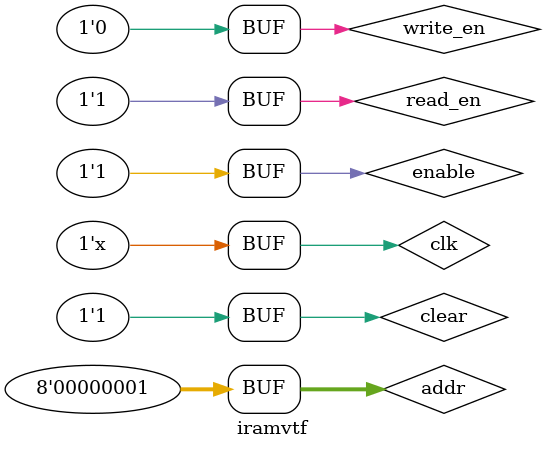
<source format=v>
`timescale 1ns / 1ps


module iramvtf;

	// Inputs
	reg clk;
	reg [7:0] addr;
	reg enable;
	reg clear;
	reg [15:0] datain;
	reg read_en;
	reg write_en;

	// Outputs
	wire [15:0] dataout;

	// Instantiate the Unit Under Test (UUT)
	RAM uut (
		.clk(clk), 
		.addr(addr), 
		.enable(enable), 
		.clear(clear), 
		.datain(datain), 
		.dataout(dataout), 
		.read_en(read_en), 
		.write_en(write_en)
	);

	initial begin
		// Initialize Inputs
		clk = 0;
		addr = 0;
		enable = 0;
		clear = 1;
		//datain = 0;
		read_en = 0;
		write_en=0;


		// Wait 100 ns for global reset to finish
		#100;
			read_en = 1;
				enable = 1;
        
		// Add stimulus here

	end
	
	
	always
	begin
	#20 clk =~clk;
	end
   

	always begin
   #100 addr =1;
	end

	
endmodule


</source>
